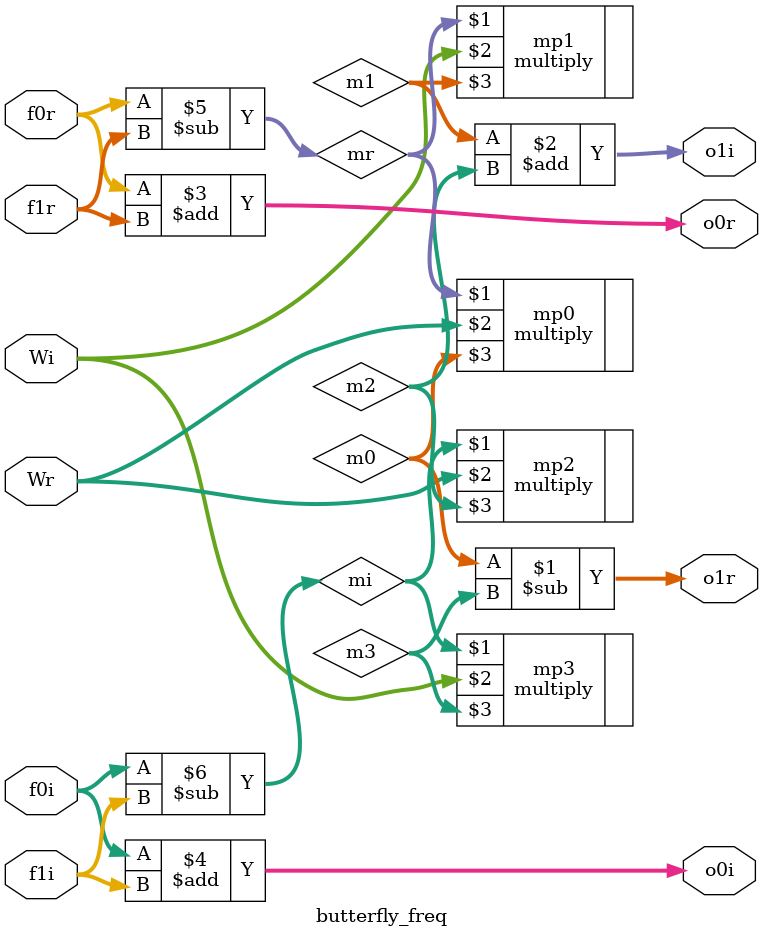
<source format=v>
`timescale 1ns / 1ps

module butterfly_time(
Fer,	// Real part of the even input.
Fei,	// Imag part of the even input.
For,	// Real part of the odd input.
Foi,	// Imag part of the odd input.
Wr,		// Real part of the weight input.
Wi,		// Imag part of the weight input.
o0r,	// Real part of output 0.
o0i,	// Imag part of output 0.
o1r,	// Real part of output 1.
o1i		// Imag part of output 1.
    );

parameter width=8;
parameter decimal=4;

input[width-1:0] Fer,Fei,For,Foi,Wr,Wi;
output[width-1:0] o0r,o0i,o1r,o1i;

wire[7:0] m0,m1,m2,m3,mr,mi;
// multiplication of complex numbers: m = Fo*W 
multiply #(.width(width),.decimal(decimal)) mp0(For,Wr,m0);
multiply #(.width(width),.decimal(decimal)) mp1(For,Wi,m1);
multiply #(.width(width),.decimal(decimal)) mp2(Foi,Wr,m2);
multiply #(.width(width),.decimal(decimal)) mp3(Foi,Wi,m3);

assign mr=m0-m3;
assign mi=m1+m2;

assign o0r=Fer+mr;
assign o0i=Fei+mi;

assign o1r=Fer-mr;
assign o1i=Fei-mi;

endmodule


module butterfly_freq(
f0r,	// Real part of input 0.
f0i,	// Imag part of input 0.
f1r,	// Real part of input 1.
f1i,	// Imag part of input 1.
Wr,		// Real part of the weight input.
Wi,		// Imag part of the weight input.
o0r,	// Real part of output 0.
o0i,	// Imag part of output 0.
o1r,	// Real part of output 1.
o1i		// Imag part of output 1.
    );

parameter width=8;
parameter decimal=4;

input[width-1:0] f0r,f0i,f1r,f1i,Wr,Wi;
output[width-1:0] o0r,o0i,o1r,o1i;

wire[7:0] m0,m1,m2,m3,mr,mi;
 
multiply #(.width(width),.decimal(decimal)) mp0(mr,Wr,m0);
multiply #(.width(width),.decimal(decimal)) mp1(mr,Wi,m1);
multiply #(.width(width),.decimal(decimal)) mp2(mi,Wr,m2);
multiply #(.width(width),.decimal(decimal)) mp3(mi,Wi,m3);

assign o1r=m0-m3;
assign o1i=m1+m2;

assign o0r=f0r+f1r;
assign o0i=f0i+f1i;

assign mr=f0r-f1r;
assign mi=f0i-f1i;

endmodule

</source>
